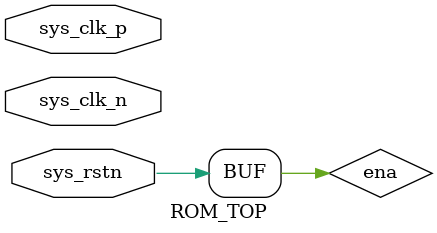
<source format=v>
`timescale 1ns / 1ps


module ROM_TOP(
input sys_clk_p,
input sys_clk_n,
input sys_rstn
    );
    
   wire clk;
   IBUFDS #(
      .DIFF_TERM("FALSE"),       
      .IBUF_LOW_PWR("TRUE"),     
      .IOSTANDARD("DEFAULT")     
   ) IBUFDS_inst (
      .O(clk), 
      .I(sys_clk_p),  
      .IB(sys_clk_n) 
   );
   
wire ena;
reg  [9:0]addra;
wire [15:0]douta;

assign ena=sys_rstn;


always@(posedge clk)
    begin
    if(!sys_rstn)begin
        addra<=0;
    end
    else begin
        if(addra<1023)begin
            addra<=addra+1;
        end
        else begin
            addra<=0;
        end
    end
 end

blk_mem_gen_0 u0 (
  .clka(clk),    // input wire clka
  .ena(ena),      // input wire ena
  .addra(addra),  // input wire [9 : 0] addra
  .douta(douta)  // output wire [15 : 0] douta
); 
   
ila_0 u1 (
	.clk(clk), // input wire clk
	.probe0(ena), // input wire [0:0]  probe0  
	.probe1(addra), // input wire [9:0]  probe1 
	.probe2(douta) // input wire [15:0]  probe2
);
endmodule

</source>
